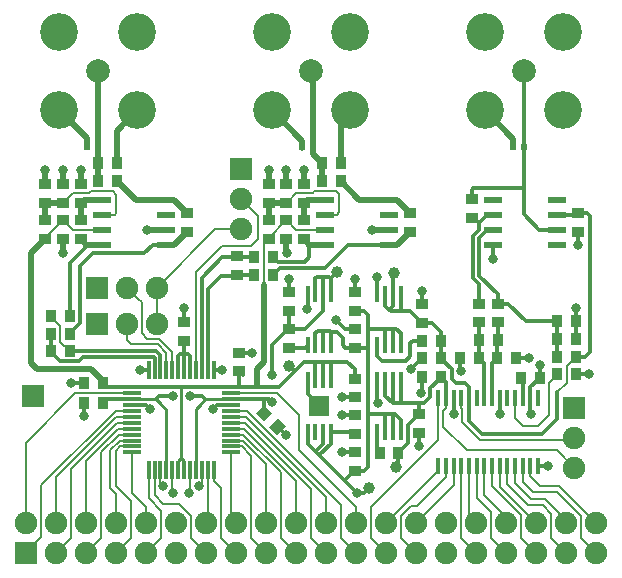
<source format=gtl>
%TF.GenerationSoftware,KiCad,Pcbnew,no-vcs-found-0b1eb56~60~ubuntu16.04.1*%
%TF.CreationDate,2017-11-02T03:22:39+00:00*%
%TF.ProjectId,adcdac,6164636461632E6B696361645F706362,rev?*%
%TF.SameCoordinates,Original*%
%TF.FileFunction,Copper,L1,Top,Signal*%
%TF.FilePolarity,Positive*%
%FSLAX46Y46*%
G04 Gerber Fmt 4.6, Leading zero omitted, Abs format (unit mm)*
G04 Created by KiCad (PCBNEW no-vcs-found-0b1eb56~60~ubuntu16.04.1) date Thu Nov  2 03:22:39 2017*
%MOMM*%
%LPD*%
G01*
G04 APERTURE LIST*
%TA.AperFunction,ComponentPad*%
%ADD10R,1.900000X1.900000*%
%TD*%
%TA.AperFunction,BGAPad,CuDef*%
%ADD11C,1.000000*%
%TD*%
%TA.AperFunction,ComponentPad*%
%ADD12C,1.900000*%
%TD*%
%TA.AperFunction,SMDPad,CuDef*%
%ADD13R,0.950000X1.000000*%
%TD*%
%TA.AperFunction,SMDPad,CuDef*%
%ADD14C,0.950000*%
%TD*%
%TA.AperFunction,Conductor*%
%ADD15C,0.100000*%
%TD*%
%TA.AperFunction,SMDPad,CuDef*%
%ADD16R,1.000000X0.950000*%
%TD*%
%TA.AperFunction,SMDPad,CuDef*%
%ADD17R,0.450000X1.450000*%
%TD*%
%TA.AperFunction,ViaPad*%
%ADD18C,0.650000*%
%TD*%
%TA.AperFunction,SMDPad,CuDef*%
%ADD19R,1.660000X1.725000*%
%TD*%
%TA.AperFunction,ComponentPad*%
%ADD20C,3.200000*%
%TD*%
%TA.AperFunction,ComponentPad*%
%ADD21C,2.000000*%
%TD*%
%TA.AperFunction,SMDPad,CuDef*%
%ADD22R,0.620000X0.620000*%
%TD*%
%TA.AperFunction,SMDPad,CuDef*%
%ADD23R,0.300000X1.500000*%
%TD*%
%TA.AperFunction,SMDPad,CuDef*%
%ADD24R,1.500000X0.300000*%
%TD*%
%TA.AperFunction,SMDPad,CuDef*%
%ADD25R,1.550000X0.600000*%
%TD*%
%TA.AperFunction,SMDPad,CuDef*%
%ADD26R,0.450000X1.350000*%
%TD*%
%TA.AperFunction,ViaPad*%
%ADD27C,0.800000*%
%TD*%
%TA.AperFunction,Conductor*%
%ADD28C,0.200000*%
%TD*%
%TA.AperFunction,Conductor*%
%ADD29C,0.300000*%
%TD*%
%TA.AperFunction,Conductor*%
%ADD30C,0.500000*%
%TD*%
%TA.AperFunction,Conductor*%
%ADD31C,0.250000*%
%TD*%
G04 APERTURE END LIST*
D10*
%TO.P,J6,1*%
%TO.N,GND*%
X76500000Y-138000000D03*
%TD*%
D11*
%TO.P,TP4,1*%
%TO.N,/ADC_VDD*%
X102200000Y-127500000D03*
%TD*%
%TO.P,TP3,1*%
%TO.N,/DAC_DVDD*%
X107200000Y-144000000D03*
%TD*%
%TO.P,TP2,1*%
%TO.N,5v*%
X104900000Y-145800000D03*
%TD*%
%TO.P,TP1,1*%
%TO.N,/DAC_AVDD*%
X107000000Y-127600000D03*
%TD*%
%TO.P,TP5,1*%
%TO.N,/ADC_VD*%
X98100000Y-135400000D03*
%TD*%
D12*
%TO.P,J4,3*%
%TO.N,/ADC_VDD*%
X86940000Y-128800000D03*
%TO.P,J4,2*%
%TO.N,Net-(IC9-Pad8)*%
X84400000Y-128800000D03*
D10*
%TO.P,J4,1*%
%TO.N,GND*%
X81860000Y-128800000D03*
%TD*%
%TO.P,J3,1*%
%TO.N,GND*%
X81860000Y-131900000D03*
D12*
%TO.P,J3,2*%
%TO.N,Net-(IC9-Pad9)*%
X84400000Y-131900000D03*
%TO.P,J3,3*%
%TO.N,/ADC_VDD*%
X86940000Y-131900000D03*
%TD*%
D13*
%TO.P,C28,1*%
%TO.N,Net-(C28-Pad1)*%
X120850000Y-131650000D03*
%TO.P,C28,2*%
%TO.N,GND*%
X122450000Y-131650000D03*
%TD*%
%TO.P,C8,1*%
%TO.N,Net-(C8-Pad1)*%
X105800000Y-142800000D03*
%TO.P,C8,2*%
%TO.N,/DAC_DVDD*%
X107400000Y-142800000D03*
%TD*%
D14*
%TO.P,C27,1*%
%TO.N,/ADC_VDD*%
X96034315Y-139434315D03*
D15*
%TD*%
%TO.N,/ADC_VDD*%
%TO.C,C27*%
G36*
X95344886Y-139451993D02*
X96051993Y-138744886D01*
X96723744Y-139416637D01*
X96016637Y-140123744D01*
X95344886Y-139451993D01*
X95344886Y-139451993D01*
G37*
D14*
%TO.P,C27,2*%
%TO.N,GND*%
X97165685Y-140565685D03*
D15*
%TD*%
%TO.N,GND*%
%TO.C,C27*%
G36*
X96476256Y-140583363D02*
X97183363Y-139876256D01*
X97855114Y-140548007D01*
X97148007Y-141255114D01*
X96476256Y-140583363D01*
X96476256Y-140583363D01*
G37*
D13*
%TO.P,C26,1*%
%TO.N,/ADC_VD*%
X82400000Y-136900000D03*
%TO.P,C26,2*%
%TO.N,GND*%
X80800000Y-136900000D03*
%TD*%
D16*
%TO.P,C25,2*%
%TO.N,GND*%
X93900000Y-134300000D03*
%TO.P,C25,1*%
%TO.N,/ADC_VD*%
X93900000Y-135900000D03*
%TD*%
D13*
%TO.P,C24,1*%
%TO.N,/ADC_VDD*%
X82400000Y-138600000D03*
%TO.P,C24,2*%
%TO.N,GND*%
X80800000Y-138600000D03*
%TD*%
D16*
%TO.P,C23,2*%
%TO.N,GND*%
X79000000Y-124700000D03*
%TO.P,C23,1*%
%TO.N,/ADC_VD*%
X79000000Y-123100000D03*
%TD*%
%TO.P,C18,1*%
%TO.N,/ADC_VD*%
X97900000Y-123100000D03*
%TO.P,C18,2*%
%TO.N,GND*%
X97900000Y-124700000D03*
%TD*%
D17*
%TO.P,IC7,1*%
%TO.N,/ADC_VD*%
X101675000Y-136600000D03*
%TO.P,IC7,2*%
X101025000Y-136600000D03*
%TO.P,IC7,3*%
X100375000Y-136600000D03*
%TO.P,IC7,4*%
%TO.N,GND*%
X99725000Y-136600000D03*
%TO.P,IC7,5*%
%TO.N,5v*%
X99725000Y-141000000D03*
%TO.P,IC7,6*%
%TO.N,Net-(IC7-Pad6)*%
X100375000Y-141000000D03*
%TO.P,IC7,7*%
%TO.N,5v*%
X101025000Y-141000000D03*
%TO.P,IC7,8*%
X101675000Y-141000000D03*
D18*
%TD*%
%TO.N,GND*%
%TO.C,IC7*%
X101175000Y-138325000D03*
%TO.N,GND*%
%TO.C,IC7*%
X100225000Y-138325000D03*
X101175000Y-139275000D03*
X100225000Y-139275000D03*
D19*
%TD*%
%TO.P,IC7,EP*%
%TO.N,GND*%
X100700000Y-138800000D03*
D20*
%TO.P,P2,2*%
%TO.N,GND*%
X78700000Y-107200000D03*
D21*
%TO.P,P2,1*%
%TO.N,Net-(D2-Pad1)*%
X82000000Y-110500000D03*
D20*
%TO.P,P2,2*%
%TO.N,GND*%
X85300000Y-107200000D03*
X78700000Y-113800000D03*
X85300000Y-113800000D03*
%TD*%
%TO.P,P3,2*%
%TO.N,GND*%
X121300000Y-113800000D03*
X114700000Y-113800000D03*
X121300000Y-107200000D03*
D21*
%TO.P,P3,1*%
%TO.N,Net-(D3-Pad1)*%
X118000000Y-110500000D03*
D20*
%TO.P,P3,2*%
%TO.N,GND*%
X114700000Y-107200000D03*
%TD*%
%TO.P,P1,2*%
%TO.N,GND*%
X96700000Y-107200000D03*
D21*
%TO.P,P1,1*%
%TO.N,Net-(D1-Pad1)*%
X100000000Y-110500000D03*
D20*
%TO.P,P1,2*%
%TO.N,GND*%
X103300000Y-107200000D03*
X96700000Y-113800000D03*
X103300000Y-113800000D03*
%TD*%
D22*
%TO.P,D3,1*%
%TO.N,Net-(D3-Pad1)*%
X118000000Y-116900000D03*
%TO.P,D3,2*%
%TO.N,GND*%
X117100000Y-116900000D03*
%TD*%
%TO.P,D2,2*%
%TO.N,GND*%
X81050000Y-116900000D03*
%TO.P,D2,1*%
%TO.N,Net-(D2-Pad1)*%
X81950000Y-116900000D03*
%TD*%
%TO.P,D1,1*%
%TO.N,Net-(D1-Pad1)*%
X100150000Y-116900000D03*
%TO.P,D1,2*%
%TO.N,GND*%
X99250000Y-116900000D03*
%TD*%
D13*
%TO.P,R23,2*%
%TO.N,/DAC_AVDD*%
X122450000Y-134650000D03*
%TO.P,R23,1*%
%TO.N,Net-(C28-Pad1)*%
X120850000Y-134650000D03*
%TD*%
%TO.P,R21,1*%
%TO.N,Net-(IC5-Pad18)*%
X120850000Y-136150000D03*
%TO.P,R21,2*%
%TO.N,GND*%
X122450000Y-136150000D03*
%TD*%
%TO.P,R20,2*%
%TO.N,GND*%
X112650000Y-134750000D03*
%TO.P,R20,1*%
%TO.N,Net-(C15-Pad2)*%
X114250000Y-134750000D03*
%TD*%
%TO.P,R19,1*%
%TO.N,Net-(C15-Pad1)*%
X115750000Y-134750000D03*
%TO.P,R19,2*%
%TO.N,GND*%
X117350000Y-134750000D03*
%TD*%
%TO.P,R18,2*%
%TO.N,Net-(IC3-Pad4)*%
X79550000Y-131200000D03*
%TO.P,R18,1*%
%TO.N,Net-(C12-Pad2)*%
X77950000Y-131200000D03*
%TD*%
D16*
%TO.P,R26,1*%
%TO.N,Net-(D3-Pad1)*%
X113600000Y-121300000D03*
%TO.P,R26,2*%
%TO.N,Net-(IC8-Pad2)*%
X113600000Y-122900000D03*
%TD*%
D13*
%TO.P,R16,2*%
%TO.N,Net-(IC2-Pad4)*%
X96800000Y-126200000D03*
%TO.P,R16,1*%
%TO.N,Net-(C10-Pad2)*%
X95200000Y-126200000D03*
%TD*%
%TO.P,R15,1*%
%TO.N,Net-(C10-Pad1)*%
X95200000Y-127700000D03*
%TO.P,R15,2*%
%TO.N,Net-(IC2-Pad5)*%
X96800000Y-127700000D03*
%TD*%
D16*
%TO.P,R13,2*%
%TO.N,Net-(IC3-Pad5)*%
X89500000Y-124050000D03*
%TO.P,R13,1*%
%TO.N,Net-(IC3-Pad8)*%
X89500000Y-122450000D03*
%TD*%
%TO.P,R12,1*%
%TO.N,Net-(IC2-Pad1)*%
X99400000Y-123100000D03*
%TO.P,R12,2*%
%TO.N,Net-(IC2-Pad4)*%
X99400000Y-124700000D03*
%TD*%
%TO.P,R10,2*%
%TO.N,Net-(IC3-Pad1)*%
X80500000Y-121600000D03*
%TO.P,R10,1*%
%TO.N,GND*%
X80500000Y-120000000D03*
%TD*%
%TO.P,R22,1*%
%TO.N,Net-(IC8-Pad2)*%
X114200000Y-130150000D03*
%TO.P,R22,2*%
%TO.N,Net-(C15-Pad2)*%
X114200000Y-131750000D03*
%TD*%
D13*
%TO.P,R24,2*%
%TO.N,Net-(C28-Pad1)*%
X120850000Y-133150000D03*
%TO.P,R24,1*%
%TO.N,GND*%
X122450000Y-133150000D03*
%TD*%
D16*
%TO.P,R25,1*%
%TO.N,Net-(C28-Pad1)*%
X115800000Y-130150000D03*
%TO.P,R25,2*%
%TO.N,Net-(C15-Pad1)*%
X115800000Y-131750000D03*
%TD*%
%TO.P,C1,2*%
%TO.N,GND*%
X103700000Y-129200000D03*
%TO.P,C1,1*%
%TO.N,5v*%
X103700000Y-130800000D03*
%TD*%
D13*
%TO.P,R17,1*%
%TO.N,Net-(C12-Pad1)*%
X77950000Y-132700000D03*
%TO.P,R17,2*%
%TO.N,Net-(IC3-Pad5)*%
X79550000Y-132700000D03*
%TD*%
%TO.P,R1,2*%
%TO.N,GND*%
X102500000Y-118250000D03*
%TO.P,R1,1*%
%TO.N,Net-(D1-Pad1)*%
X100900000Y-118250000D03*
%TD*%
D16*
%TO.P,R2,1*%
%TO.N,Net-(C2-Pad1)*%
X96400000Y-123100000D03*
%TO.P,R2,2*%
%TO.N,/ADC_VD*%
X96400000Y-124700000D03*
%TD*%
%TO.P,R3,2*%
%TO.N,Net-(C2-Pad1)*%
X96400000Y-121600000D03*
%TO.P,R3,1*%
%TO.N,GND*%
X96400000Y-120000000D03*
%TD*%
%TO.P,R7,1*%
%TO.N,GND*%
X77500000Y-120000000D03*
%TO.P,R7,2*%
%TO.N,Net-(C4-Pad1)*%
X77500000Y-121600000D03*
%TD*%
D13*
%TO.P,R5,1*%
%TO.N,Net-(D2-Pad1)*%
X82000000Y-118250000D03*
%TO.P,R5,2*%
%TO.N,GND*%
X83600000Y-118250000D03*
%TD*%
D16*
%TO.P,R6,1*%
%TO.N,Net-(C4-Pad1)*%
X77500000Y-123100000D03*
%TO.P,R6,2*%
%TO.N,/ADC_VD*%
X77500000Y-124700000D03*
%TD*%
D13*
%TO.P,R4,2*%
%TO.N,Net-(D1-Pad1)*%
X100900000Y-119750000D03*
%TO.P,R4,1*%
%TO.N,Net-(IC2-Pad8)*%
X102500000Y-119750000D03*
%TD*%
D16*
%TO.P,R11,1*%
%TO.N,Net-(IC2-Pad8)*%
X108400000Y-122450000D03*
%TO.P,R11,2*%
%TO.N,Net-(IC2-Pad5)*%
X108400000Y-124050000D03*
%TD*%
%TO.P,C22,2*%
%TO.N,GND*%
X122600000Y-124050000D03*
%TO.P,C22,1*%
%TO.N,/DAC_AVDD*%
X122600000Y-122450000D03*
%TD*%
%TO.P,C21,1*%
%TO.N,Net-(C21-Pad1)*%
X89250000Y-133350000D03*
%TO.P,C21,2*%
%TO.N,GND*%
X89250000Y-131750000D03*
%TD*%
%TO.P,C20,2*%
%TO.N,GND*%
X103700000Y-138100000D03*
%TO.P,C20,1*%
%TO.N,/ADC_VD*%
X103700000Y-136500000D03*
%TD*%
%TO.P,C19,2*%
%TO.N,GND*%
X98100000Y-129200000D03*
%TO.P,C19,1*%
%TO.N,/ADC_VDD*%
X98100000Y-130800000D03*
%TD*%
%TO.P,C17,2*%
%TO.N,/ADC_VDD*%
X98100000Y-132300000D03*
%TO.P,C17,1*%
%TO.N,Net-(C17-Pad1)*%
X98100000Y-133900000D03*
%TD*%
D13*
%TO.P,C16,2*%
%TO.N,GND*%
X119350000Y-136450000D03*
%TO.P,C16,1*%
%TO.N,Net-(C16-Pad1)*%
X117750000Y-136450000D03*
%TD*%
D16*
%TO.P,C14,1*%
%TO.N,5v*%
X103700000Y-141200000D03*
%TO.P,C14,2*%
%TO.N,GND*%
X103700000Y-139600000D03*
%TD*%
%TO.P,C13,1*%
%TO.N,5v*%
X103700000Y-133900000D03*
%TO.P,C13,2*%
%TO.N,GND*%
X103700000Y-132300000D03*
%TD*%
D13*
%TO.P,C12,1*%
%TO.N,Net-(C12-Pad1)*%
X77950000Y-134200000D03*
%TO.P,C12,2*%
%TO.N,Net-(C12-Pad2)*%
X79550000Y-134200000D03*
%TD*%
%TO.P,C11,2*%
%TO.N,GND*%
X109400000Y-136400000D03*
%TO.P,C11,1*%
%TO.N,/DAC_DVDD*%
X111000000Y-136400000D03*
%TD*%
D16*
%TO.P,C10,1*%
%TO.N,Net-(C10-Pad1)*%
X93700000Y-127750000D03*
%TO.P,C10,2*%
%TO.N,Net-(C10-Pad2)*%
X93700000Y-126150000D03*
%TD*%
%TO.P,C9,2*%
%TO.N,GND*%
X109150000Y-141100000D03*
%TO.P,C9,1*%
%TO.N,/DAC_DVDD*%
X109150000Y-139500000D03*
%TD*%
%TO.P,C7,2*%
%TO.N,GND*%
X103700000Y-142700000D03*
%TO.P,C7,1*%
%TO.N,5v*%
X103700000Y-144300000D03*
%TD*%
D13*
%TO.P,C6,1*%
%TO.N,/DAC_AVDD*%
X111000000Y-134800000D03*
%TO.P,C6,2*%
%TO.N,GND*%
X109400000Y-134800000D03*
%TD*%
D16*
%TO.P,C5,2*%
%TO.N,GND*%
X109400000Y-130200000D03*
%TO.P,C5,1*%
%TO.N,/DAC_AVDD*%
X109400000Y-131800000D03*
%TD*%
%TO.P,C4,1*%
%TO.N,Net-(C4-Pad1)*%
X79000000Y-121600000D03*
%TO.P,C4,2*%
%TO.N,GND*%
X79000000Y-120000000D03*
%TD*%
D13*
%TO.P,C3,2*%
%TO.N,/DAC_AVDD*%
X111000000Y-133300000D03*
%TO.P,C3,1*%
%TO.N,Net-(C3-Pad1)*%
X109400000Y-133300000D03*
%TD*%
D16*
%TO.P,C2,1*%
%TO.N,Net-(C2-Pad1)*%
X97900000Y-121600000D03*
%TO.P,C2,2*%
%TO.N,GND*%
X97900000Y-120000000D03*
%TD*%
D13*
%TO.P,R9,2*%
%TO.N,Net-(D2-Pad1)*%
X82000000Y-119750000D03*
%TO.P,R9,1*%
%TO.N,Net-(IC3-Pad8)*%
X83600000Y-119750000D03*
%TD*%
%TO.P,C15,1*%
%TO.N,Net-(C15-Pad1)*%
X115800000Y-133250000D03*
%TO.P,C15,2*%
%TO.N,Net-(C15-Pad2)*%
X114200000Y-133250000D03*
%TD*%
D16*
%TO.P,R8,2*%
%TO.N,Net-(IC2-Pad1)*%
X99400000Y-121600000D03*
%TO.P,R8,1*%
%TO.N,GND*%
X99400000Y-120000000D03*
%TD*%
%TO.P,R14,1*%
%TO.N,Net-(IC3-Pad1)*%
X80500000Y-123100000D03*
%TO.P,R14,2*%
%TO.N,Net-(IC3-Pad4)*%
X80500000Y-124700000D03*
%TD*%
D10*
%TO.P,J1,1*%
%TO.N,/GPIO0_IN0*%
X75870000Y-151270000D03*
D12*
%TO.P,J1,2*%
%TO.N,/GPIO0_00*%
X75870000Y-148730000D03*
%TO.P,J1,3*%
%TO.N,/GPIO0_IN1*%
X78410000Y-151270000D03*
%TO.P,J1,4*%
%TO.N,/GPIO0_01*%
X78410000Y-148730000D03*
%TO.P,J1,5*%
%TO.N,/GPIO0_02*%
X80950000Y-151270000D03*
%TO.P,J1,6*%
%TO.N,/GPIO0_03*%
X80950000Y-148730000D03*
%TO.P,J1,7*%
%TO.N,/GPIO0_04*%
X83490000Y-151270000D03*
%TO.P,J1,8*%
%TO.N,/GPIO0_05*%
X83490000Y-148730000D03*
%TO.P,J1,9*%
%TO.N,/GPIO0_06*%
X86030000Y-151270000D03*
%TO.P,J1,10*%
%TO.N,/GPIO0_07*%
X86030000Y-148730000D03*
%TO.P,J1,11*%
%TO.N,5v*%
X88570000Y-151270000D03*
%TO.P,J1,12*%
%TO.N,GND*%
X88570000Y-148730000D03*
%TO.P,J1,13*%
%TO.N,/GPIO0_08*%
X91110000Y-151270000D03*
%TO.P,J1,14*%
%TO.N,/GPIO0_09*%
X91110000Y-148730000D03*
%TO.P,J1,15*%
%TO.N,/GPIO0_10*%
X93650000Y-151270000D03*
%TO.P,J1,16*%
%TO.N,/GPIO0_11*%
X93650000Y-148730000D03*
%TO.P,J1,17*%
%TO.N,/GPIO0_12*%
X96190000Y-151270000D03*
%TO.P,J1,18*%
%TO.N,/GPIO0_13*%
X96190000Y-148730000D03*
%TO.P,J1,19*%
%TO.N,/GPIO0_14*%
X98730000Y-151270000D03*
%TO.P,J1,20*%
%TO.N,/GPIO0_15*%
X98730000Y-148730000D03*
%TO.P,J1,21*%
%TO.N,/GPIO0_16*%
X101270000Y-151270000D03*
%TO.P,J1,22*%
%TO.N,/GPIO0_17*%
X101270000Y-148730000D03*
%TO.P,J1,23*%
%TO.N,/GPIO0_18*%
X103810000Y-151270000D03*
%TO.P,J1,24*%
%TO.N,/GPIO0_19*%
X103810000Y-148730000D03*
%TO.P,J1,25*%
%TO.N,/GPIO0_20*%
X106350000Y-151270000D03*
%TO.P,J1,26*%
%TO.N,/GPIO0_21*%
X106350000Y-148730000D03*
%TO.P,J1,27*%
%TO.N,/GPIO0_22*%
X108890000Y-151270000D03*
%TO.P,J1,28*%
%TO.N,/GPIO0_23*%
X108890000Y-148730000D03*
%TO.P,J1,29*%
%TO.N,Net-(J1-Pad29)*%
X111430000Y-151270000D03*
%TO.P,J1,30*%
%TO.N,GND*%
X111430000Y-148730000D03*
%TO.P,J1,31*%
%TO.N,/GPIO0_24*%
X113970000Y-151270000D03*
%TO.P,J1,32*%
%TO.N,/GPIO0_25*%
X113970000Y-148730000D03*
%TO.P,J1,33*%
%TO.N,/GPIO0_26*%
X116510000Y-151270000D03*
%TO.P,J1,34*%
%TO.N,/GPIO0_27*%
X116510000Y-148730000D03*
%TO.P,J1,35*%
%TO.N,/GPIO0_28*%
X119050000Y-151270000D03*
%TO.P,J1,36*%
%TO.N,/GPIO0_29*%
X119050000Y-148730000D03*
%TO.P,J1,37*%
%TO.N,/GPIO0_30*%
X121590000Y-151270000D03*
%TO.P,J1,38*%
%TO.N,/GPIO0_31*%
X121590000Y-148730000D03*
%TO.P,J1,39*%
%TO.N,/GPIO0_32*%
X124130000Y-151270000D03*
%TO.P,J1,40*%
%TO.N,/GPIO0_33*%
X124130000Y-148730000D03*
%TD*%
D23*
%TO.P,IC9,1*%
%TO.N,GND*%
X91750000Y-135800000D03*
%TO.P,IC9,2*%
%TO.N,Net-(C10-Pad1)*%
X91250000Y-135800000D03*
%TO.P,IC9,3*%
%TO.N,Net-(C10-Pad2)*%
X90750000Y-135800000D03*
%TO.P,IC9,4*%
%TO.N,Net-(IC9-Pad4)*%
X90250000Y-135800000D03*
%TO.P,IC9,5*%
%TO.N,Net-(C21-Pad1)*%
X89750000Y-135800000D03*
%TO.P,IC9,6*%
X89250000Y-135800000D03*
%TO.P,IC9,7*%
X88750000Y-135800000D03*
%TO.P,IC9,8*%
%TO.N,Net-(IC9-Pad8)*%
X88250000Y-135800000D03*
%TO.P,IC9,9*%
%TO.N,Net-(IC9-Pad9)*%
X87750000Y-135800000D03*
%TO.P,IC9,10*%
%TO.N,Net-(C12-Pad2)*%
X87250000Y-135800000D03*
%TO.P,IC9,11*%
%TO.N,Net-(C12-Pad1)*%
X86750000Y-135800000D03*
%TO.P,IC9,12*%
%TO.N,GND*%
X86250000Y-135800000D03*
D24*
%TO.P,IC9,13*%
%TO.N,/ADC_VD*%
X84800000Y-137250000D03*
%TO.P,IC9,14*%
%TO.N,/GPIO0_00*%
X84800000Y-137750000D03*
%TO.P,IC9,15*%
%TO.N,/ADC_VDD*%
X84800000Y-138250000D03*
%TO.P,IC9,16*%
%TO.N,GND*%
X84800000Y-138750000D03*
%TO.P,IC9,17*%
%TO.N,/GPIO0_IN0*%
X84800000Y-139250000D03*
%TO.P,IC9,18*%
%TO.N,/GPIO0_01*%
X84800000Y-139750000D03*
%TO.P,IC9,19*%
%TO.N,/GPIO0_IN1*%
X84800000Y-140250000D03*
%TO.P,IC9,20*%
%TO.N,/GPIO0_03*%
X84800000Y-140750000D03*
%TO.P,IC9,21*%
%TO.N,/GPIO0_02*%
X84800000Y-141250000D03*
%TO.P,IC9,22*%
%TO.N,/GPIO0_05*%
X84800000Y-141750000D03*
%TO.P,IC9,23*%
%TO.N,/GPIO0_04*%
X84800000Y-142250000D03*
%TO.P,IC9,24*%
%TO.N,/GPIO0_07*%
X84800000Y-142750000D03*
D23*
%TO.P,IC9,25*%
%TO.N,/GPIO0_06*%
X86250000Y-144200000D03*
%TO.P,IC9,26*%
%TO.N,/GPIO0_08*%
X86750000Y-144200000D03*
%TO.P,IC9,27*%
%TO.N,GND*%
X87250000Y-144200000D03*
%TO.P,IC9,28*%
%TO.N,/ADC_VDD*%
X87750000Y-144200000D03*
%TO.P,IC9,29*%
%TO.N,GND*%
X88250000Y-144200000D03*
%TO.P,IC9,30*%
%TO.N,/ADC_VD*%
X88750000Y-144200000D03*
%TO.P,IC9,31*%
X89250000Y-144200000D03*
%TO.P,IC9,32*%
%TO.N,GND*%
X89750000Y-144200000D03*
%TO.P,IC9,33*%
%TO.N,/ADC_VDD*%
X90250000Y-144200000D03*
%TO.P,IC9,34*%
%TO.N,GND*%
X90750000Y-144200000D03*
%TO.P,IC9,35*%
%TO.N,/GPIO0_09*%
X91250000Y-144200000D03*
%TO.P,IC9,36*%
%TO.N,/GPIO0_10*%
X91750000Y-144200000D03*
D24*
%TO.P,IC9,37*%
%TO.N,/GPIO0_11*%
X93200000Y-142750000D03*
%TO.P,IC9,38*%
%TO.N,/GPIO0_12*%
X93200000Y-142250000D03*
%TO.P,IC9,39*%
%TO.N,/GPIO0_13*%
X93200000Y-141750000D03*
%TO.P,IC9,40*%
%TO.N,/GPIO0_14*%
X93200000Y-141250000D03*
%TO.P,IC9,41*%
%TO.N,/GPIO0_15*%
X93200000Y-140750000D03*
%TO.P,IC9,42*%
%TO.N,/GPIO0_16*%
X93200000Y-140250000D03*
%TO.P,IC9,43*%
%TO.N,/GPIO0_17*%
X93200000Y-139750000D03*
%TO.P,IC9,44*%
%TO.N,/GPIO0_18*%
X93200000Y-139250000D03*
%TO.P,IC9,45*%
%TO.N,GND*%
X93200000Y-138750000D03*
%TO.P,IC9,46*%
%TO.N,/ADC_VDD*%
X93200000Y-138250000D03*
%TO.P,IC9,47*%
%TO.N,/GPIO0_19*%
X93200000Y-137750000D03*
%TO.P,IC9,48*%
%TO.N,/ADC_VD*%
X93200000Y-137250000D03*
%TD*%
D17*
%TO.P,IC4,8*%
%TO.N,5v*%
X107575000Y-141000000D03*
%TO.P,IC4,7*%
X106925000Y-141000000D03*
%TO.P,IC4,6*%
X106275000Y-141000000D03*
%TO.P,IC4,5*%
%TO.N,Net-(C8-Pad1)*%
X105625000Y-141000000D03*
%TO.P,IC4,4*%
%TO.N,GND*%
X105625000Y-136600000D03*
%TO.P,IC4,3*%
%TO.N,/DAC_DVDD*%
X106275000Y-136600000D03*
%TO.P,IC4,2*%
X106925000Y-136600000D03*
%TO.P,IC4,1*%
X107575000Y-136600000D03*
%TD*%
%TO.P,IC6,8*%
%TO.N,5v*%
X101675000Y-133700000D03*
%TO.P,IC6,7*%
X101025000Y-133700000D03*
%TO.P,IC6,6*%
X100375000Y-133700000D03*
%TO.P,IC6,5*%
%TO.N,Net-(C17-Pad1)*%
X99725000Y-133700000D03*
%TO.P,IC6,4*%
%TO.N,GND*%
X99725000Y-129300000D03*
%TO.P,IC6,3*%
%TO.N,/ADC_VDD*%
X100375000Y-129300000D03*
%TO.P,IC6,2*%
X101025000Y-129300000D03*
%TO.P,IC6,1*%
X101675000Y-129300000D03*
%TD*%
%TO.P,IC1,1*%
%TO.N,/DAC_AVDD*%
X107575000Y-129300000D03*
%TO.P,IC1,2*%
X106925000Y-129300000D03*
%TO.P,IC1,3*%
X106275000Y-129300000D03*
%TO.P,IC1,4*%
%TO.N,GND*%
X105625000Y-129300000D03*
%TO.P,IC1,5*%
%TO.N,Net-(C3-Pad1)*%
X105625000Y-133700000D03*
%TO.P,IC1,6*%
%TO.N,5v*%
X106275000Y-133700000D03*
%TO.P,IC1,7*%
X106925000Y-133700000D03*
%TO.P,IC1,8*%
X107575000Y-133700000D03*
%TD*%
D12*
%TO.P,J2,3*%
%TO.N,/DAC_DVDD*%
X122300000Y-144040000D03*
%TO.P,J2,2*%
%TO.N,Net-(IC5-Pad25)*%
X122300000Y-141500000D03*
D10*
%TO.P,J2,1*%
%TO.N,GND*%
X122300000Y-138960000D03*
%TD*%
%TO.P,J5,1*%
%TO.N,GND*%
X94100000Y-118760000D03*
D12*
%TO.P,J5,2*%
%TO.N,Net-(IC9-Pad4)*%
X94100000Y-121300000D03*
%TO.P,J5,3*%
%TO.N,/ADC_VDD*%
X94100000Y-123840000D03*
%TD*%
D25*
%TO.P,IC2,1*%
%TO.N,Net-(IC2-Pad1)*%
X101200000Y-121345000D03*
%TO.P,IC2,2*%
%TO.N,Net-(C2-Pad1)*%
X101200000Y-122615000D03*
%TO.P,IC2,3*%
%TO.N,/ADC_VD*%
X101200000Y-123885000D03*
%TO.P,IC2,4*%
%TO.N,Net-(IC2-Pad4)*%
X101200000Y-125155000D03*
%TO.P,IC2,5*%
%TO.N,Net-(IC2-Pad5)*%
X106600000Y-125155000D03*
%TO.P,IC2,6*%
%TO.N,GND*%
X106600000Y-123885000D03*
%TO.P,IC2,7*%
%TO.N,Net-(IC2-Pad7)*%
X106600000Y-122615000D03*
%TO.P,IC2,8*%
%TO.N,Net-(IC2-Pad8)*%
X106600000Y-121345000D03*
%TD*%
%TO.P,IC3,8*%
%TO.N,Net-(IC3-Pad8)*%
X87700000Y-121345000D03*
%TO.P,IC3,7*%
%TO.N,Net-(IC3-Pad7)*%
X87700000Y-122615000D03*
%TO.P,IC3,6*%
%TO.N,GND*%
X87700000Y-123885000D03*
%TO.P,IC3,5*%
%TO.N,Net-(IC3-Pad5)*%
X87700000Y-125155000D03*
%TO.P,IC3,4*%
%TO.N,Net-(IC3-Pad4)*%
X82300000Y-125155000D03*
%TO.P,IC3,3*%
%TO.N,/ADC_VD*%
X82300000Y-123885000D03*
%TO.P,IC3,2*%
%TO.N,Net-(C4-Pad1)*%
X82300000Y-122615000D03*
%TO.P,IC3,1*%
%TO.N,Net-(IC3-Pad1)*%
X82300000Y-121345000D03*
%TD*%
%TO.P,IC8,1*%
%TO.N,Net-(IC8-Pad1)*%
X115400000Y-121345000D03*
%TO.P,IC8,2*%
%TO.N,Net-(IC8-Pad2)*%
X115400000Y-122615000D03*
%TO.P,IC8,3*%
%TO.N,Net-(C28-Pad1)*%
X115400000Y-123885000D03*
%TO.P,IC8,4*%
%TO.N,GND*%
X115400000Y-125155000D03*
%TO.P,IC8,5*%
%TO.N,Net-(IC8-Pad5)*%
X120800000Y-125155000D03*
%TO.P,IC8,6*%
%TO.N,Net-(D3-Pad1)*%
X120800000Y-123885000D03*
%TO.P,IC8,7*%
%TO.N,/DAC_AVDD*%
X120800000Y-122615000D03*
%TO.P,IC8,8*%
%TO.N,Net-(IC8-Pad8)*%
X120800000Y-121345000D03*
%TD*%
D26*
%TO.P,IC5,1*%
%TO.N,/GPIO0_21*%
X110775000Y-143875000D03*
%TO.P,IC5,2*%
%TO.N,/GPIO0_22*%
X111425000Y-143875000D03*
%TO.P,IC5,3*%
%TO.N,/GPIO0_23*%
X112075000Y-143875000D03*
%TO.P,IC5,4*%
%TO.N,/GPIO0_24*%
X112725000Y-143875000D03*
%TO.P,IC5,5*%
%TO.N,/GPIO0_25*%
X113375000Y-143875000D03*
%TO.P,IC5,6*%
%TO.N,/GPIO0_26*%
X114025000Y-143875000D03*
%TO.P,IC5,7*%
%TO.N,/GPIO0_27*%
X114675000Y-143875000D03*
%TO.P,IC5,8*%
%TO.N,/GPIO0_28*%
X115325000Y-143875000D03*
%TO.P,IC5,9*%
%TO.N,/GPIO0_29*%
X115975000Y-143875000D03*
%TO.P,IC5,10*%
%TO.N,/GPIO0_30*%
X116625000Y-143875000D03*
%TO.P,IC5,11*%
%TO.N,/GPIO0_31*%
X117275000Y-143875000D03*
%TO.P,IC5,12*%
%TO.N,/GPIO0_32*%
X117925000Y-143875000D03*
%TO.P,IC5,13*%
%TO.N,/GPIO0_33*%
X118575000Y-143875000D03*
%TO.P,IC5,14*%
%TO.N,GND*%
X119225000Y-143875000D03*
%TO.P,IC5,15*%
%TO.N,Net-(IC5-Pad15)*%
X119225000Y-138125000D03*
%TO.P,IC5,16*%
%TO.N,GND*%
X118575000Y-138125000D03*
%TO.P,IC5,17*%
%TO.N,Net-(C16-Pad1)*%
X117925000Y-138125000D03*
%TO.P,IC5,18*%
%TO.N,Net-(IC5-Pad18)*%
X117275000Y-138125000D03*
%TO.P,IC5,19*%
%TO.N,Net-(IC5-Pad19)*%
X116625000Y-138125000D03*
%TO.P,IC5,20*%
%TO.N,GND*%
X115975000Y-138125000D03*
%TO.P,IC5,21*%
%TO.N,Net-(C15-Pad1)*%
X115325000Y-138125000D03*
%TO.P,IC5,22*%
%TO.N,Net-(C15-Pad2)*%
X114675000Y-138125000D03*
%TO.P,IC5,23*%
%TO.N,Net-(IC5-Pad23)*%
X114025000Y-138125000D03*
%TO.P,IC5,24*%
%TO.N,/DAC_AVDD*%
X113375000Y-138125000D03*
%TO.P,IC5,25*%
%TO.N,Net-(IC5-Pad25)*%
X112725000Y-138125000D03*
%TO.P,IC5,26*%
%TO.N,GND*%
X112075000Y-138125000D03*
%TO.P,IC5,27*%
%TO.N,/DAC_DVDD*%
X111425000Y-138125000D03*
%TO.P,IC5,28*%
%TO.N,/GPIO0_20*%
X110775000Y-138125000D03*
%TD*%
D27*
%TO.N,GND*%
X109400000Y-129100000D03*
X109150000Y-142200000D03*
X115400000Y-126350000D03*
X122450000Y-130500000D03*
X122600000Y-125150000D03*
X118450000Y-134750000D03*
X118450000Y-134750000D03*
X112700000Y-135900000D03*
X119350000Y-135350000D03*
X123500000Y-136150000D03*
X103700000Y-128100000D03*
X105600000Y-127900000D03*
X102100000Y-131500000D03*
X79700000Y-136900000D03*
X89250000Y-130550000D03*
X86150000Y-123900000D03*
X80500000Y-118850000D03*
X79000000Y-118850000D03*
X77500000Y-118850000D03*
X79000000Y-125850000D03*
X97950000Y-125850000D03*
X105200000Y-123900000D03*
X99400000Y-118850000D03*
X97900000Y-118850000D03*
X96400000Y-118850000D03*
X108500000Y-135700000D03*
X105700000Y-138600000D03*
X102600000Y-142700000D03*
X102600000Y-139600000D03*
X109300000Y-137700000D03*
X102600000Y-138100000D03*
X95000000Y-134300000D03*
X97900000Y-141300000D03*
X80800000Y-139700000D03*
X90500000Y-145600000D03*
X89700000Y-146200000D03*
X88300000Y-146200000D03*
X87500000Y-145600000D03*
X98100000Y-128100000D03*
X99700000Y-130600000D03*
X85500000Y-135800000D03*
X92500000Y-135800000D03*
X91700000Y-139100000D03*
X86400000Y-139100000D03*
X112100000Y-139500000D03*
X116000000Y-139500000D03*
X118600000Y-139500000D03*
X120100000Y-143900000D03*
%TO.N,/ADC_VDD*%
X88300001Y-138000000D03*
X89750001Y-138000000D03*
X96700000Y-136200000D03*
X96700000Y-138500000D03*
%TO.N,5v*%
X103900000Y-146200000D03*
%TD*%
D28*
%TO.N,/GPIO0_32*%
X118800000Y-146100000D02*
X117925000Y-145225000D01*
X117925000Y-145225000D02*
X117925000Y-143875000D01*
X120810002Y-146100000D02*
X118800000Y-146100000D01*
X124130000Y-151270000D02*
X122840001Y-149980001D01*
X122840001Y-149980001D02*
X122840001Y-148129999D01*
X122840001Y-148129999D02*
X120810002Y-146100000D01*
%TO.N,/GPIO0_31*%
X117275000Y-143875000D02*
X117275000Y-145375000D01*
X117275000Y-145375000D02*
X118600000Y-146700000D01*
X118600000Y-146700000D02*
X119800000Y-146700000D01*
X119800000Y-146700000D02*
X121590000Y-148490000D01*
X121590000Y-148490000D02*
X121590000Y-148730000D01*
%TO.N,/GPIO0_30*%
X119600000Y-147200000D02*
X120339999Y-147939999D01*
X120339999Y-147939999D02*
X120339999Y-150019999D01*
X120339999Y-150019999D02*
X120640001Y-150320001D01*
X120640001Y-150320001D02*
X121590000Y-151270000D01*
X118400000Y-147200000D02*
X119600000Y-147200000D01*
X116625000Y-145425000D02*
X118400000Y-147200000D01*
X116625000Y-143875000D02*
X116625000Y-145425000D01*
%TO.N,/GPIO0_29*%
X115975000Y-143875000D02*
X115975000Y-145655000D01*
X115975000Y-145655000D02*
X119050000Y-148730000D01*
D29*
X119050000Y-148450000D02*
X119050000Y-148730000D01*
D28*
%TO.N,/GPIO0_28*%
X117760001Y-148060001D02*
X115325000Y-145625000D01*
X115325000Y-145625000D02*
X115325000Y-143875000D01*
X119050000Y-151270000D02*
X117760001Y-149980001D01*
X117760001Y-149980001D02*
X117760001Y-148060001D01*
%TO.N,/GPIO0_27*%
X114675000Y-143875000D02*
X114675000Y-146375000D01*
X114675000Y-146375000D02*
X116510000Y-148210000D01*
X116510000Y-148210000D02*
X116510000Y-148730000D01*
%TO.N,/GPIO0_26*%
X116510000Y-151270000D02*
X115220001Y-149980001D01*
X114025000Y-146625000D02*
X114025000Y-143875000D01*
X115220001Y-149980001D02*
X115220001Y-147820001D01*
X115220001Y-147820001D02*
X114025000Y-146625000D01*
%TO.N,/GPIO0_25*%
X113375000Y-143875000D02*
X113375000Y-148135000D01*
D29*
X113375000Y-148135000D02*
X113970000Y-148730000D01*
D28*
%TO.N,/GPIO0_24*%
X113970000Y-151270000D02*
X112719999Y-150019999D01*
X112719999Y-150019999D02*
X112719999Y-144755001D01*
X112719999Y-144755001D02*
X112725000Y-144750000D01*
X112725000Y-144750000D02*
X112725000Y-143875000D01*
%TO.N,/GPIO0_23*%
X108890000Y-148730000D02*
X112075000Y-145545000D01*
X112075000Y-145545000D02*
X112075000Y-143875000D01*
%TO.N,/GPIO0_22*%
X108890000Y-151270000D02*
X107639999Y-150019999D01*
X107639999Y-150019999D02*
X107639999Y-148129999D01*
X107639999Y-148129999D02*
X108469998Y-147300000D01*
X111425000Y-144875000D02*
X111425000Y-143875000D01*
X108469998Y-147300000D02*
X109000000Y-147300000D01*
X109000000Y-147300000D02*
X111425000Y-144875000D01*
%TO.N,/GPIO0_21*%
X106350000Y-148730000D02*
X110775000Y-144305000D01*
D29*
X110775000Y-144305000D02*
X110775000Y-143875000D01*
D28*
%TO.N,/GPIO0_20*%
X110775000Y-141725000D02*
X110775000Y-138125000D01*
X105099999Y-150019999D02*
X105099999Y-147400001D01*
X105099999Y-147400001D02*
X110775000Y-141725000D01*
X106350000Y-151270000D02*
X105099999Y-150019999D01*
D29*
%TO.N,GND*%
X109400000Y-130200000D02*
X109400000Y-129100000D01*
X109150000Y-141100000D02*
X109150000Y-142200000D01*
X122450000Y-133150000D02*
X122450000Y-131650000D01*
X115400000Y-125155000D02*
X115400000Y-126350000D01*
X122450000Y-131650000D02*
X122450000Y-130500000D01*
X122600000Y-124050000D02*
X122600000Y-125150000D01*
D30*
X117100000Y-116900000D02*
X117100000Y-116200000D01*
X117100000Y-116200000D02*
X114700000Y-113800000D01*
D29*
X117350000Y-134750000D02*
X118450000Y-134750000D01*
X112650000Y-134750000D02*
X112650000Y-135850000D01*
X112650000Y-135850000D02*
X112700000Y-135900000D01*
X119350000Y-136450000D02*
X119350000Y-135350000D01*
X118575000Y-138125000D02*
X118575000Y-137225000D01*
X118575000Y-137225000D02*
X119350000Y-136450000D01*
X122450000Y-136150000D02*
X123500000Y-136150000D01*
X103700000Y-129200000D02*
X103700000Y-128100000D01*
X105625000Y-129300000D02*
X105625000Y-127925000D01*
X105625000Y-127925000D02*
X105600000Y-127900000D01*
X102900000Y-132300000D02*
X103700000Y-132300000D01*
X102900000Y-132300000D02*
X102100000Y-131500000D01*
X80800000Y-136900000D02*
X79700000Y-136900000D01*
D30*
X83600000Y-118250000D02*
X83600000Y-115500000D01*
D29*
X89250000Y-131750000D02*
X89250000Y-130550000D01*
D30*
X87700000Y-123885000D02*
X86165000Y-123885000D01*
X86165000Y-123885000D02*
X86150000Y-123900000D01*
X80500000Y-120000000D02*
X80500000Y-118850000D01*
X79000000Y-120000000D02*
X79000000Y-118850000D01*
X77500000Y-120000000D02*
X77500000Y-118850000D01*
X79000000Y-124700000D02*
X79000000Y-125850000D01*
X83600000Y-115500000D02*
X85300000Y-113800000D01*
X81050000Y-116900000D02*
X81050000Y-116150000D01*
X81050000Y-116150000D02*
X78700000Y-113800000D01*
X102500000Y-118250000D02*
X102500000Y-114600000D01*
X102500000Y-114600000D02*
X103300000Y-113800000D01*
X99250000Y-116950000D02*
X99250000Y-116350000D01*
X99250000Y-116350000D02*
X96700000Y-113800000D01*
X97900000Y-124700000D02*
X97900000Y-125800000D01*
X97900000Y-125800000D02*
X97950000Y-125850000D01*
X106600000Y-123885000D02*
X105215000Y-123885000D01*
X105215000Y-123885000D02*
X105200000Y-123900000D01*
X99400000Y-120000000D02*
X99400000Y-118850000D01*
X97900000Y-120000000D02*
X97900000Y-118850000D01*
X96400000Y-120000000D02*
X96400000Y-118850000D01*
D29*
X109400000Y-134800000D02*
X108500000Y-135700000D01*
X105625000Y-136600000D02*
X105625000Y-138525000D01*
X105625000Y-138525000D02*
X105700000Y-138600000D01*
X103700000Y-142700000D02*
X102600000Y-142700000D01*
X103700000Y-139600000D02*
X102600000Y-139600000D01*
X109400000Y-136400000D02*
X109400000Y-137600000D01*
X109400000Y-137600000D02*
X109300000Y-137700000D01*
X103700000Y-138100000D02*
X102600000Y-138100000D01*
X93900000Y-134300000D02*
X95000000Y-134300000D01*
X97165685Y-140565685D02*
X97900000Y-141300000D01*
X99725000Y-137825000D02*
X99725000Y-136600000D01*
X80800000Y-138600000D02*
X80800000Y-139700000D01*
D28*
X90750000Y-144200000D02*
X90750000Y-145350000D01*
X90750000Y-145350000D02*
X90500000Y-145600000D01*
X89750000Y-144200000D02*
X89750000Y-146150000D01*
X89750000Y-146150000D02*
X89700000Y-146200000D01*
X88250000Y-144200000D02*
X88250000Y-146150000D01*
X88250000Y-146150000D02*
X88300000Y-146200000D01*
X87250000Y-144200000D02*
X87250000Y-145350000D01*
X87250000Y-145350000D02*
X87500000Y-145600000D01*
D29*
X98100000Y-129200000D02*
X98100000Y-128100000D01*
X99725000Y-129300000D02*
X99725000Y-130575000D01*
X99725000Y-130575000D02*
X99700000Y-130600000D01*
X99725000Y-137825000D02*
X100225000Y-138325000D01*
X86250000Y-135800000D02*
X85500000Y-135800000D01*
X91750000Y-135800000D02*
X92500000Y-135800000D01*
X93200000Y-138750000D02*
X92050000Y-138750000D01*
X92050000Y-138750000D02*
X91700000Y-139100000D01*
X84800000Y-138750000D02*
X86050000Y-138750000D01*
X86050000Y-138750000D02*
X86400000Y-139100000D01*
X112075000Y-138125000D02*
X112075000Y-139475000D01*
X112075000Y-139475000D02*
X112100000Y-139500000D01*
X115975000Y-138125000D02*
X115975000Y-139475000D01*
X115975000Y-139475000D02*
X116000000Y-139500000D01*
X118575000Y-138125000D02*
X118575000Y-139475000D01*
X118575000Y-139475000D02*
X118600000Y-139500000D01*
X119225000Y-143875000D02*
X120075000Y-143875000D01*
X120075000Y-143875000D02*
X120100000Y-143900000D01*
%TO.N,Net-(C16-Pad1)*%
X117925000Y-138125000D02*
X117925000Y-136625000D01*
X117925000Y-136625000D02*
X117750000Y-136450000D01*
D28*
%TO.N,Net-(IC5-Pad18)*%
X120150000Y-139600000D02*
X120150000Y-136875000D01*
X120150000Y-136875000D02*
X120850000Y-136175000D01*
X120850000Y-136175000D02*
X120850000Y-136150000D01*
X119200000Y-140550000D02*
X120150000Y-139600000D01*
X117950000Y-140550000D02*
X119200000Y-140550000D01*
X117275000Y-139875000D02*
X117950000Y-140550000D01*
X117275000Y-138125000D02*
X117275000Y-139875000D01*
D29*
%TO.N,Net-(C15-Pad1)*%
X115800000Y-133250000D02*
X115800000Y-131750000D01*
X115750000Y-133200000D02*
X115800000Y-133250000D01*
X115750000Y-134750000D02*
X115750000Y-133300000D01*
X115750000Y-133300000D02*
X115800000Y-133250000D01*
X115325000Y-138125000D02*
X115325000Y-135175000D01*
X115325000Y-135175000D02*
X115750000Y-134750000D01*
%TO.N,Net-(C15-Pad2)*%
X114200000Y-133250000D02*
X114200000Y-131750000D01*
X114250000Y-133200000D02*
X114200000Y-133250000D01*
X114250000Y-134750000D02*
X114250000Y-133300000D01*
X114250000Y-133300000D02*
X114200000Y-133250000D01*
X114675000Y-138125000D02*
X114675000Y-135175000D01*
X114675000Y-135175000D02*
X114250000Y-134750000D01*
%TO.N,/DAC_AVDD*%
X106925000Y-129300000D02*
X106925000Y-127675000D01*
X106925000Y-127675000D02*
X107000000Y-127600000D01*
X109400000Y-131800000D02*
X109375000Y-131800000D01*
X109375000Y-131800000D02*
X108375000Y-130800000D01*
X108375000Y-130800000D02*
X107600000Y-130800000D01*
X111000000Y-132575000D02*
X110225000Y-131800000D01*
X110225000Y-131800000D02*
X109400000Y-131800000D01*
X120850000Y-139900000D02*
X120850000Y-137650000D01*
D28*
X121649999Y-135475001D02*
X121649999Y-136850001D01*
X121649999Y-136850001D02*
X120850000Y-137650000D01*
D29*
X113375000Y-138125000D02*
X113375000Y-140125000D01*
X119550000Y-141200000D02*
X120850000Y-139900000D01*
X113375000Y-140125000D02*
X114450000Y-141200000D01*
X114450000Y-141200000D02*
X119550000Y-141200000D01*
D28*
X121649999Y-135475001D02*
X122450000Y-134675000D01*
X122450000Y-134675000D02*
X122450000Y-134650000D01*
D29*
X122450000Y-134650000D02*
X123225000Y-134650000D01*
X123650000Y-122700000D02*
X123400000Y-122450000D01*
X123225000Y-134650000D02*
X123650000Y-134225000D01*
X123650000Y-134225000D02*
X123650000Y-122700000D01*
X123400000Y-122450000D02*
X122600000Y-122450000D01*
X120800000Y-122615000D02*
X122435000Y-122615000D01*
X122435000Y-122615000D02*
X122600000Y-122450000D01*
X111900000Y-136500000D02*
X111900000Y-135725000D01*
X111900000Y-135725000D02*
X111000000Y-134825000D01*
X111000000Y-134825000D02*
X111000000Y-134800000D01*
X112300000Y-136900000D02*
X111900000Y-136500000D01*
X113030002Y-136900000D02*
X112300000Y-136900000D01*
X113375000Y-138125000D02*
X113375000Y-137244998D01*
X113375000Y-137244998D02*
X113030002Y-136900000D01*
X111000000Y-132575000D02*
X111000000Y-133300000D01*
X111000000Y-134800000D02*
X111000000Y-133300000D01*
X106750000Y-130800000D02*
X107600000Y-130800000D01*
X107575000Y-129300000D02*
X107575000Y-130775000D01*
X107575000Y-130775000D02*
X107600000Y-130800000D01*
X106550000Y-130600000D02*
X106750000Y-130800000D01*
X106275000Y-130325000D02*
X106550000Y-130600000D01*
X106925000Y-129300000D02*
X106925000Y-130325000D01*
X106925000Y-130325000D02*
X106650000Y-130600000D01*
X106650000Y-130600000D02*
X106550000Y-130600000D01*
X106275000Y-129300000D02*
X106275000Y-130325000D01*
D28*
%TO.N,Net-(IC5-Pad25)*%
X112725000Y-138125000D02*
X112725000Y-139000000D01*
X112725000Y-139000000D02*
X112800001Y-139075001D01*
X112800001Y-139075001D02*
X112800001Y-140200001D01*
X112800001Y-140200001D02*
X114300000Y-141700000D01*
X114300000Y-141700000D02*
X122100000Y-141700000D01*
X122100000Y-141700000D02*
X122300000Y-141500000D01*
D29*
%TO.N,/DAC_DVDD*%
X107400000Y-142800000D02*
X107400000Y-143800000D01*
X107400000Y-143800000D02*
X107200000Y-144000000D01*
X109100000Y-138600000D02*
X109150000Y-138650000D01*
X109150000Y-138650000D02*
X109150000Y-139500000D01*
X108200000Y-141975000D02*
X108200000Y-140425000D01*
X108200000Y-140425000D02*
X109125000Y-139500000D01*
X109125000Y-139500000D02*
X109150000Y-139500000D01*
X108200000Y-141975000D02*
X107400000Y-142775000D01*
D28*
X120150000Y-142590001D02*
X113190001Y-142590001D01*
X120850001Y-142590001D02*
X120150000Y-142590001D01*
X122300000Y-144040000D02*
X120850001Y-142590001D01*
X111200000Y-139200000D02*
X111225000Y-139200000D01*
X111225000Y-139200000D02*
X111425000Y-139000000D01*
X111425000Y-139000000D02*
X111425000Y-138125000D01*
X111200000Y-140600000D02*
X111200000Y-139200000D01*
X113190001Y-142590001D02*
X111200000Y-140600000D01*
D29*
X107400000Y-142775000D02*
X107400000Y-142800000D01*
X109100000Y-139500000D02*
X109075000Y-139500000D01*
X107600000Y-138600000D02*
X109100000Y-138600000D01*
X109100000Y-138600000D02*
X109600000Y-138600000D01*
X106925000Y-136600000D02*
X106925000Y-138582120D01*
X106925000Y-138582120D02*
X106907120Y-138600000D01*
X106907120Y-138600000D02*
X107600000Y-138600000D01*
X107575000Y-136600000D02*
X107575000Y-138575000D01*
X107575000Y-138575000D02*
X107600000Y-138600000D01*
X110100000Y-138100000D02*
X110100000Y-137325000D01*
X110100000Y-137325000D02*
X111000000Y-136425000D01*
X111000000Y-136425000D02*
X111000000Y-136400000D01*
X109600000Y-138600000D02*
X110100000Y-138100000D01*
X106275000Y-136600000D02*
X106275000Y-137967880D01*
X106275000Y-137967880D02*
X106907120Y-138600000D01*
X111425000Y-138125000D02*
X111425000Y-136825000D01*
X111425000Y-136825000D02*
X111000000Y-136400000D01*
D28*
%TO.N,/GPIO0_33*%
X119425000Y-145600000D02*
X121000000Y-145600000D01*
X121000000Y-145600000D02*
X124130000Y-148730000D01*
X118575000Y-143875000D02*
X118575000Y-144750000D01*
X118575000Y-144750000D02*
X119425000Y-145600000D01*
D29*
%TO.N,Net-(IC8-Pad2)*%
X113704990Y-124395010D02*
X114200000Y-123900000D01*
X114200000Y-123900000D02*
X114200000Y-123340000D01*
X113704990Y-127980039D02*
X113704990Y-124395010D01*
X114200000Y-128475048D02*
X113704990Y-127980039D01*
X114200000Y-130150000D02*
X114200000Y-128475048D01*
X113600000Y-122900000D02*
X113760000Y-122900000D01*
X113760000Y-122900000D02*
X114200000Y-123340000D01*
X114200000Y-123340000D02*
X114925000Y-122615000D01*
X114925000Y-122615000D02*
X115400000Y-122615000D01*
X115875000Y-122615000D02*
X115400000Y-122615000D01*
%TO.N,Net-(D3-Pad1)*%
X118000000Y-116900000D02*
X118000000Y-120400000D01*
X118000000Y-120400000D02*
X118000000Y-122600000D01*
X113600000Y-121300000D02*
X113600000Y-120525000D01*
X113725000Y-120400000D02*
X118000000Y-120400000D01*
X113600000Y-120525000D02*
X113725000Y-120400000D01*
X118000000Y-122600000D02*
X119285000Y-123885000D01*
X119285000Y-123885000D02*
X120800000Y-123885000D01*
%TO.N,Net-(IC3-Pad5)*%
X81500000Y-125900000D02*
X85880000Y-125900000D01*
X85880000Y-125900000D02*
X86625000Y-125155000D01*
X86625000Y-125155000D02*
X87700000Y-125155000D01*
X80400000Y-127000000D02*
X81500000Y-125900000D01*
X80400000Y-131825000D02*
X80400000Y-127000000D01*
X79550000Y-132700000D02*
X79550000Y-132675000D01*
X79550000Y-132675000D02*
X80400000Y-131825000D01*
%TO.N,Net-(IC3-Pad4)*%
X79550000Y-131200000D02*
X79550000Y-126750000D01*
X79550000Y-126750000D02*
X80955000Y-125345000D01*
X80955000Y-125345000D02*
X80955000Y-125155000D01*
%TO.N,/ADC_VD*%
X98500000Y-136000000D02*
X99400000Y-135100000D01*
X97250000Y-137250000D02*
X98500000Y-136000000D01*
X98500000Y-136000000D02*
X98599999Y-135899999D01*
X98599999Y-135899999D02*
X98100000Y-135400000D01*
D30*
X82400000Y-136900000D02*
X82400000Y-136714998D01*
X82400000Y-136714998D02*
X81385002Y-135700000D01*
X81385002Y-135700000D02*
X76800000Y-135700000D01*
X76800000Y-135700000D02*
X76300000Y-135200000D01*
X77450000Y-124700000D02*
X77500000Y-124700000D01*
X76300000Y-135200000D02*
X76300000Y-125850000D01*
X76300000Y-125850000D02*
X77450000Y-124700000D01*
D29*
X95450000Y-137000000D02*
X95450000Y-137200000D01*
X95450000Y-137200000D02*
X95400000Y-137250000D01*
D30*
X95450000Y-135650000D02*
X95450000Y-137000000D01*
X96000000Y-135100000D02*
X95450000Y-135650000D01*
X96000000Y-128550000D02*
X96000000Y-135100000D01*
D29*
X96000000Y-128450000D02*
X96000000Y-128550000D01*
D28*
X96000000Y-125075000D02*
X96000000Y-128450000D01*
X96400000Y-124700000D02*
X96375000Y-124700000D01*
X96375000Y-124700000D02*
X96000000Y-125075000D01*
%TO.N,Net-(IC9-Pad4)*%
X95500000Y-124650000D02*
X95500000Y-122700000D01*
X95500000Y-122700000D02*
X94100000Y-121300000D01*
X94900000Y-125250000D02*
X95500000Y-124650000D01*
X92450000Y-125250000D02*
X94900000Y-125250000D01*
X90250000Y-127450000D02*
X92450000Y-125250000D01*
X90250000Y-135800000D02*
X90250000Y-127450000D01*
D29*
%TO.N,/ADC_VDD*%
X101675000Y-128075000D02*
X101675000Y-128025000D01*
X101675000Y-128025000D02*
X102200000Y-127500000D01*
X88300001Y-138000000D02*
X87100000Y-138000000D01*
X87100000Y-138000000D02*
X86850000Y-138250000D01*
X89750001Y-138000000D02*
X90800000Y-138000000D01*
X90800000Y-138000000D02*
X91050000Y-138250000D01*
D31*
X87725001Y-139125001D02*
X87200000Y-138600000D01*
X87200000Y-138600000D02*
X86850000Y-138250000D01*
X90600000Y-138700000D02*
X90250000Y-139050000D01*
X91050000Y-138250000D02*
X90600000Y-138700000D01*
D28*
X94100000Y-123840000D02*
X91900000Y-123840000D01*
X91900000Y-123840000D02*
X86940000Y-128800000D01*
X86940000Y-128800000D02*
X86940000Y-130143502D01*
X86940000Y-130143502D02*
X86940000Y-131900000D01*
%TO.N,Net-(IC9-Pad8)*%
X86150001Y-133150001D02*
X85650001Y-132650001D01*
X85650001Y-132650001D02*
X85650001Y-130050001D01*
X85650001Y-130050001D02*
X85349999Y-129749999D01*
X85349999Y-129749999D02*
X84400000Y-128800000D01*
X88250000Y-135800000D02*
X88250000Y-134234302D01*
X88250000Y-134234302D02*
X87165699Y-133150001D01*
X87165699Y-133150001D02*
X86150001Y-133150001D01*
%TO.N,Net-(IC9-Pad9)*%
X84750000Y-133600000D02*
X84400000Y-133250000D01*
X84400000Y-133250000D02*
X84400000Y-131900000D01*
X87050000Y-133600000D02*
X84750000Y-133600000D01*
X87750000Y-134300000D02*
X87050000Y-133600000D01*
X87750000Y-135800000D02*
X87750000Y-134300000D01*
D29*
%TO.N,5v*%
X103900000Y-146200000D02*
X104500000Y-146200000D01*
X104500000Y-146200000D02*
X104900000Y-145800000D01*
D28*
%TO.N,Net-(C12-Pad2)*%
X78750000Y-133200000D02*
X78750000Y-133375000D01*
X78750000Y-133375000D02*
X79550000Y-134175000D01*
X78750000Y-132025000D02*
X78750000Y-133200000D01*
X77950000Y-131200000D02*
X77950000Y-131225000D01*
X77950000Y-131225000D02*
X78750000Y-132025000D01*
X79550000Y-134175000D02*
X79550000Y-134200000D01*
D29*
X86907120Y-134200000D02*
X79550000Y-134200000D01*
X87250000Y-135800000D02*
X87250000Y-134542880D01*
X87250000Y-134542880D02*
X86907120Y-134200000D01*
%TO.N,Net-(C12-Pad1)*%
X77950000Y-134200000D02*
X77950000Y-132700000D01*
X86750000Y-135800000D02*
X86750000Y-134750000D01*
X86750000Y-134750000D02*
X86700000Y-134700000D01*
X86700000Y-134700000D02*
X80700000Y-134700000D01*
X80700000Y-134700000D02*
X80349999Y-135050001D01*
X78775001Y-135050001D02*
X77950000Y-134225000D01*
X80349999Y-135050001D02*
X78775001Y-135050001D01*
X77950000Y-134225000D02*
X77950000Y-134200000D01*
%TO.N,Net-(C28-Pad1)*%
X114200000Y-124610000D02*
X114200000Y-127775000D01*
X114200000Y-127775000D02*
X115800000Y-129375000D01*
X115800000Y-129375000D02*
X115800000Y-130150000D01*
X115400000Y-123885000D02*
X114925000Y-123885000D01*
X114925000Y-123885000D02*
X114200000Y-124610000D01*
X118200000Y-131650000D02*
X116700000Y-130150000D01*
X116700000Y-130150000D02*
X115800000Y-130150000D01*
X120850000Y-131650000D02*
X118200000Y-131650000D01*
X115875000Y-123885000D02*
X115400000Y-123885000D01*
X120850000Y-134650000D02*
X120850000Y-133150000D01*
X120850000Y-131625000D02*
X120850000Y-131650000D01*
X120750000Y-131750000D02*
X120850000Y-131650000D01*
X120850000Y-133150000D02*
X120850000Y-131650000D01*
X120850000Y-133125000D02*
X120850000Y-133150000D01*
%TO.N,Net-(D3-Pad1)*%
X120800000Y-123885000D02*
X120325000Y-123885000D01*
X118000000Y-110500000D02*
X118000000Y-116900000D01*
D30*
%TO.N,Net-(IC3-Pad8)*%
X87700000Y-121345000D02*
X85195000Y-121345000D01*
X85195000Y-121345000D02*
X83600000Y-119750000D01*
X87700000Y-121345000D02*
X88395000Y-121345000D01*
X88395000Y-121345000D02*
X89500000Y-122450000D01*
%TO.N,Net-(IC3-Pad5)*%
X87700000Y-125155000D02*
X88395000Y-125155000D01*
X88395000Y-125155000D02*
X89500000Y-124050000D01*
%TO.N,Net-(IC3-Pad4)*%
X82300000Y-125155000D02*
X82605000Y-125155000D01*
X82300000Y-125155000D02*
X80955000Y-125155000D01*
X80955000Y-125155000D02*
X80500000Y-124700000D01*
D29*
%TO.N,/ADC_VD*%
X85850000Y-137250000D02*
X89100000Y-137250000D01*
X84800000Y-137250000D02*
X85850000Y-137250000D01*
X89100000Y-137250000D02*
X93200000Y-137250000D01*
D31*
X89025001Y-137324999D02*
X89100000Y-137250000D01*
X89025001Y-143225001D02*
X89025001Y-137324999D01*
D28*
X97900000Y-123100000D02*
X97875000Y-123100000D01*
X97875000Y-123100000D02*
X96400000Y-124575000D01*
X96400000Y-124575000D02*
X96400000Y-124700000D01*
X79000000Y-123100000D02*
X78975000Y-123100000D01*
X78975000Y-123100000D02*
X77500000Y-124575000D01*
X77500000Y-124575000D02*
X77500000Y-124700000D01*
X79000000Y-123100000D02*
X79025000Y-123100000D01*
X79025000Y-123100000D02*
X79810000Y-123885000D01*
X79810000Y-123885000D02*
X81325000Y-123885000D01*
X81325000Y-123885000D02*
X82300000Y-123885000D01*
D29*
X93200000Y-137250000D02*
X95400000Y-137250000D01*
X95400000Y-137250000D02*
X97250000Y-137250000D01*
D28*
X97900000Y-123100000D02*
X97925000Y-123100000D01*
X97925000Y-123100000D02*
X98710000Y-123885000D01*
X98710000Y-123885000D02*
X100225000Y-123885000D01*
X100225000Y-123885000D02*
X101200000Y-123885000D01*
D31*
X96400000Y-124700000D02*
X96400000Y-124600000D01*
D29*
X93900000Y-135900000D02*
X93900000Y-137100000D01*
X99400000Y-135100000D02*
X100300000Y-135100000D01*
X103075000Y-135100000D02*
X101600000Y-135100000D01*
X101600000Y-135100000D02*
X101000000Y-135100000D01*
X101675000Y-136600000D02*
X101675000Y-135175000D01*
X101675000Y-135175000D02*
X101600000Y-135100000D01*
X101000000Y-135100000D02*
X100300000Y-135100000D01*
X101025000Y-136600000D02*
X101025000Y-135125000D01*
X101025000Y-135125000D02*
X101000000Y-135100000D01*
X100375000Y-135175000D02*
X100300000Y-135100000D01*
X100375000Y-136600000D02*
X100375000Y-135175000D01*
X94200000Y-136200000D02*
X93900000Y-135900000D01*
X103700000Y-136500000D02*
X103700000Y-135725000D01*
X103700000Y-135725000D02*
X103075000Y-135100000D01*
X84800000Y-137250000D02*
X82750000Y-137250000D01*
X82750000Y-137250000D02*
X82400000Y-136900000D01*
D31*
X88750000Y-144200000D02*
X88750000Y-143500002D01*
X88750000Y-143500002D02*
X89025001Y-143225001D01*
X89250000Y-143450000D02*
X89025001Y-143225001D01*
X89250000Y-144200000D02*
X89250000Y-143450000D01*
D28*
%TO.N,Net-(C4-Pad1)*%
X83500000Y-122500000D02*
X83385000Y-122615000D01*
X83385000Y-122615000D02*
X82300000Y-122615000D01*
X83500000Y-120950000D02*
X83500000Y-122500000D01*
X83200000Y-120650000D02*
X83500000Y-120950000D01*
X81379998Y-120650000D02*
X83200000Y-120650000D01*
X79000000Y-121600000D02*
X79025000Y-121600000D01*
X79830010Y-120794990D02*
X81235008Y-120794990D01*
X79025000Y-121600000D02*
X79830010Y-120794990D01*
X81235008Y-120794990D02*
X81379998Y-120650000D01*
D30*
X77500000Y-121600000D02*
X79000000Y-121600000D01*
X77500000Y-123100000D02*
X77500000Y-121600000D01*
%TO.N,Net-(IC3-Pad1)*%
X80500000Y-121600000D02*
X80500000Y-123100000D01*
X82300000Y-121345000D02*
X80755000Y-121345000D01*
X80755000Y-121345000D02*
X80500000Y-121600000D01*
%TO.N,Net-(IC2-Pad1)*%
X99400000Y-121600000D02*
X99400000Y-123100000D01*
X101200000Y-121345000D02*
X99655000Y-121345000D01*
D28*
X99655000Y-121345000D02*
X99400000Y-121600000D01*
%TO.N,Net-(C2-Pad1)*%
X97900000Y-121600000D02*
X97925000Y-121600000D01*
X97925000Y-121600000D02*
X98749999Y-120775001D01*
X98749999Y-120775001D02*
X100154997Y-120775001D01*
X100154997Y-120775001D02*
X100279998Y-120650000D01*
X100279998Y-120650000D02*
X102100000Y-120650000D01*
X102350000Y-122440000D02*
X102175000Y-122615000D01*
X102100000Y-120650000D02*
X102350000Y-120900000D01*
X102350000Y-120900000D02*
X102350000Y-122440000D01*
X102175000Y-122615000D02*
X101200000Y-122615000D01*
D30*
X96400000Y-121600000D02*
X97900000Y-121600000D01*
X96400000Y-123100000D02*
X96400000Y-121600000D01*
D29*
%TO.N,Net-(IC2-Pad4)*%
X96800000Y-126200000D02*
X96800000Y-126225000D01*
X96800000Y-126225000D02*
X97175001Y-126600001D01*
X99855000Y-126245000D02*
X99855000Y-125155000D01*
X97175001Y-126600001D02*
X99499999Y-126600001D01*
X99499999Y-126600001D02*
X99855000Y-126245000D01*
D30*
X101200000Y-125155000D02*
X99855000Y-125155000D01*
X99855000Y-125155000D02*
X99400000Y-124700000D01*
D29*
%TO.N,Net-(IC2-Pad5)*%
X96800000Y-127700000D02*
X97399989Y-127100011D01*
X97399989Y-127100011D02*
X101199989Y-127100011D01*
X101199989Y-127100011D02*
X103145000Y-125155000D01*
X103145000Y-125155000D02*
X106600000Y-125155000D01*
D30*
X106600000Y-125155000D02*
X107295000Y-125155000D01*
X107295000Y-125155000D02*
X108400000Y-124050000D01*
%TO.N,Net-(IC2-Pad8)*%
X106600000Y-121345000D02*
X104095000Y-121345000D01*
X104095000Y-121345000D02*
X102500000Y-119750000D01*
X106600000Y-121345000D02*
X107295000Y-121345000D01*
X107295000Y-121345000D02*
X108400000Y-122450000D01*
D29*
%TO.N,/ADC_VDD*%
X94850000Y-138250000D02*
X96000000Y-138250000D01*
X96000000Y-138250000D02*
X96450000Y-138250000D01*
X96034315Y-139434315D02*
X96034315Y-138284315D01*
X96034315Y-138284315D02*
X96000000Y-138250000D01*
X96700000Y-136200000D02*
X96700000Y-133675000D01*
X96700000Y-133675000D02*
X98075000Y-132300000D01*
X98075000Y-132300000D02*
X98100000Y-132300000D01*
X96450000Y-138250000D02*
X96700000Y-138500000D01*
X93200000Y-138250000D02*
X94850000Y-138250000D01*
X84800000Y-138250000D02*
X82750000Y-138250000D01*
X82750000Y-138250000D02*
X82400000Y-138600000D01*
D31*
X90250000Y-139050000D02*
X90250000Y-139100000D01*
X90250000Y-139100000D02*
X90250000Y-144200000D01*
X93200000Y-138250000D02*
X91050000Y-138250000D01*
X86850000Y-138250000D02*
X84800000Y-138250000D01*
X87750000Y-144200000D02*
X87750000Y-143450000D01*
X87750000Y-143450000D02*
X87725001Y-143425001D01*
X87725001Y-143425001D02*
X87725001Y-139125001D01*
D29*
X101025000Y-130775000D02*
X99500000Y-132300000D01*
X99500000Y-132300000D02*
X98100000Y-132300000D01*
X101025000Y-129300000D02*
X101025000Y-130775000D01*
X100500000Y-127900000D02*
X101000000Y-127900000D01*
X101000000Y-127900000D02*
X101500000Y-127900000D01*
X101025000Y-129300000D02*
X101025000Y-127925000D01*
X101025000Y-127925000D02*
X101000000Y-127900000D01*
X101500000Y-127900000D02*
X101675000Y-128075000D01*
X101675000Y-128075000D02*
X101675000Y-129300000D01*
X100375000Y-128025000D02*
X100500000Y-127900000D01*
X100375000Y-129300000D02*
X100375000Y-128025000D01*
X98100000Y-132300000D02*
X98100000Y-130800000D01*
%TO.N,Net-(C3-Pad1)*%
X105625000Y-133700000D02*
X105625000Y-134630002D01*
X105625000Y-134630002D02*
X105994998Y-135000000D01*
X108400000Y-134600000D02*
X108400000Y-133525000D01*
X105994998Y-135000000D02*
X108000000Y-135000000D01*
X108000000Y-135000000D02*
X108400000Y-134600000D01*
X108400000Y-133525000D02*
X108625000Y-133300000D01*
X108625000Y-133300000D02*
X109400000Y-133300000D01*
%TO.N,5v*%
X103700000Y-130800000D02*
X104500000Y-130800000D01*
X104500000Y-130800000D02*
X104800000Y-131100000D01*
X104800000Y-131100000D02*
X104800000Y-131500000D01*
X103700000Y-133900000D02*
X104800000Y-133900000D01*
X101675000Y-132575000D02*
X102175000Y-132575000D01*
X102175000Y-132575000D02*
X102700000Y-133100000D01*
X102700000Y-133100000D02*
X102700000Y-133700000D01*
X102700000Y-133700000D02*
X102900000Y-133900000D01*
X102900000Y-133900000D02*
X103700000Y-133900000D01*
X104800000Y-132300000D02*
X106300000Y-132300000D01*
X106300000Y-132300000D02*
X106900000Y-132300000D01*
X106275000Y-133700000D02*
X106275000Y-132325000D01*
X106275000Y-132325000D02*
X106300000Y-132300000D01*
X106900000Y-132300000D02*
X107200000Y-132300000D01*
X106925000Y-133700000D02*
X106925000Y-132325000D01*
X106925000Y-132325000D02*
X106900000Y-132300000D01*
X107200000Y-132300000D02*
X107575000Y-132675000D01*
X107575000Y-132675000D02*
X107575000Y-133700000D01*
X104800000Y-132300000D02*
X104800000Y-133900000D01*
X104800000Y-131500000D02*
X104800000Y-132300000D01*
X104800000Y-133900000D02*
X104800000Y-135375000D01*
X104800000Y-139500000D02*
X104800000Y-144000000D01*
X104800000Y-144000000D02*
X104500000Y-144300000D01*
X104500000Y-144300000D02*
X103700000Y-144300000D01*
X103900000Y-146200000D02*
X102900000Y-145200000D01*
X102900000Y-145200000D02*
X100600000Y-142900000D01*
X103700000Y-144300000D02*
X103675000Y-144300000D01*
X103675000Y-144300000D02*
X102900000Y-145075000D01*
X102900000Y-145075000D02*
X102900000Y-145200000D01*
X101675000Y-141000000D02*
X103500000Y-141000000D01*
X103500000Y-141000000D02*
X103700000Y-141200000D01*
X100600000Y-142900000D02*
X100300000Y-142600000D01*
X101675000Y-141000000D02*
X101675000Y-142025000D01*
X101675000Y-142025000D02*
X100800000Y-142900000D01*
X100800000Y-142900000D02*
X100600000Y-142900000D01*
X100300000Y-142600000D02*
X99725000Y-142025000D01*
X101025000Y-141000000D02*
X101025000Y-142025000D01*
X101025000Y-142025000D02*
X100450000Y-142600000D01*
X100450000Y-142600000D02*
X100300000Y-142600000D01*
X99725000Y-142025000D02*
X99725000Y-141000000D01*
X106800000Y-139500000D02*
X106200000Y-139500000D01*
X106275000Y-139575000D02*
X106200000Y-139500000D01*
X106200000Y-139500000D02*
X104800000Y-139500000D01*
X106275000Y-141000000D02*
X106275000Y-139575000D01*
X107100000Y-139500000D02*
X106800000Y-139500000D01*
X106925000Y-141000000D02*
X106925000Y-139625000D01*
X106925000Y-139625000D02*
X106800000Y-139500000D01*
X104800000Y-135375000D02*
X104800000Y-139500000D01*
X107575000Y-139975000D02*
X107100000Y-139500000D01*
X107575000Y-141000000D02*
X107575000Y-139975000D01*
X101000000Y-132500000D02*
X101600000Y-132500000D01*
X101675000Y-133700000D02*
X101675000Y-132575000D01*
X101675000Y-132575000D02*
X101600000Y-132500000D01*
X100550000Y-132500000D02*
X101000000Y-132500000D01*
X101025000Y-132525000D02*
X101000000Y-132500000D01*
X101025000Y-133700000D02*
X101025000Y-132525000D01*
X100375000Y-133700000D02*
X100375000Y-132675000D01*
X100375000Y-132675000D02*
X100550000Y-132500000D01*
%TO.N,Net-(C17-Pad1)*%
X98100000Y-133900000D02*
X99525000Y-133900000D01*
X99525000Y-133900000D02*
X99725000Y-133700000D01*
%TO.N,Net-(C8-Pad1)*%
X105625000Y-141000000D02*
X105625000Y-142625000D01*
X105625000Y-142625000D02*
X105800000Y-142800000D01*
%TO.N,Net-(C10-Pad1)*%
X91250000Y-128950000D02*
X92400000Y-127800000D01*
X92400000Y-127800000D02*
X93700000Y-127800000D01*
X91250000Y-135800000D02*
X91250000Y-128950000D01*
X95200000Y-127700000D02*
X93800000Y-127700000D01*
X93800000Y-127700000D02*
X93700000Y-127800000D01*
%TO.N,Net-(C10-Pad2)*%
X90750000Y-127950000D02*
X92500000Y-126200000D01*
X92500000Y-126200000D02*
X93700000Y-126200000D01*
X90750000Y-135800000D02*
X90750000Y-127950000D01*
X95200000Y-126200000D02*
X93700000Y-126200000D01*
%TO.N,Net-(C21-Pad1)*%
X89250000Y-134450000D02*
X89250000Y-133350000D01*
X88900000Y-134400000D02*
X89300000Y-134400000D01*
X89300000Y-134400000D02*
X89600000Y-134400000D01*
X89250000Y-135800000D02*
X89250000Y-134450000D01*
X89250000Y-134450000D02*
X89300000Y-134400000D01*
X89600000Y-134400000D02*
X89749999Y-134549999D01*
X89749999Y-134549999D02*
X89750000Y-134750000D01*
X89750000Y-134750000D02*
X89750000Y-135800000D01*
X88750000Y-134550000D02*
X88900000Y-134400000D01*
X88750000Y-135800000D02*
X88750000Y-134550000D01*
D28*
%TO.N,/GPIO0_09*%
X91250000Y-144200000D02*
X91250000Y-148590000D01*
D29*
X91250000Y-148590000D02*
X91110000Y-148730000D01*
D28*
%TO.N,/GPIO0_19*%
X93200000Y-137750000D02*
X97150000Y-137750000D01*
X99000000Y-142576498D02*
X103810000Y-147386498D01*
X97150000Y-137750000D02*
X99000000Y-139600000D01*
X99000000Y-139600000D02*
X99000000Y-142576498D01*
X103810000Y-147386498D02*
X103810000Y-148730000D01*
%TO.N,/GPIO0_18*%
X93200000Y-139250000D02*
X94544188Y-139250000D01*
X94544188Y-139250000D02*
X102520001Y-147225813D01*
X102520001Y-147225813D02*
X102520001Y-149980001D01*
X102860001Y-150320001D02*
X103810000Y-151270000D01*
X102520001Y-149980001D02*
X102860001Y-150320001D01*
%TO.N,/GPIO0_17*%
X93200000Y-139750000D02*
X94478490Y-139750000D01*
X94478490Y-139750000D02*
X101270000Y-146541510D01*
X101270000Y-146541510D02*
X101270000Y-147386498D01*
X101270000Y-147386498D02*
X101270000Y-148730000D01*
%TO.N,/GPIO0_16*%
X93200000Y-140250000D02*
X94412792Y-140250000D01*
X94412792Y-140250000D02*
X100019999Y-145857207D01*
X100019999Y-145857207D02*
X100019999Y-150019999D01*
X100019999Y-150019999D02*
X100320001Y-150320001D01*
X100320001Y-150320001D02*
X101270000Y-151270000D01*
%TO.N,/GPIO0_15*%
X93200000Y-140750000D02*
X94347094Y-140750000D01*
X94347094Y-140750000D02*
X98730000Y-145132906D01*
X98730000Y-145132906D02*
X98730000Y-147386498D01*
X98730000Y-147386498D02*
X98730000Y-148730000D01*
%TO.N,/GPIO0_14*%
X93200000Y-141250000D02*
X94281396Y-141250000D01*
X94281396Y-141250000D02*
X97440001Y-144408605D01*
X97440001Y-144408605D02*
X97440001Y-149980001D01*
X97440001Y-149980001D02*
X97780001Y-150320001D01*
X97780001Y-150320001D02*
X98730000Y-151270000D01*
%TO.N,/GPIO0_13*%
X93200000Y-141750000D02*
X94215698Y-141750000D01*
X94215698Y-141750000D02*
X96190000Y-143724302D01*
X96190000Y-143724302D02*
X96190000Y-147386498D01*
X96190000Y-147386498D02*
X96190000Y-148730000D01*
%TO.N,/GPIO0_12*%
X93200000Y-142250000D02*
X94150000Y-142250000D01*
X94150000Y-142250000D02*
X94939999Y-143039999D01*
X94939999Y-143039999D02*
X94939999Y-150019999D01*
X94939999Y-150019999D02*
X95240001Y-150320001D01*
X95240001Y-150320001D02*
X96190000Y-151270000D01*
%TO.N,/GPIO0_11*%
X93200000Y-142750000D02*
X93200000Y-148280000D01*
D29*
X93200000Y-148280000D02*
X93650000Y-148730000D01*
D28*
%TO.N,/GPIO0_10*%
X93650000Y-151270000D02*
X92360001Y-149980001D01*
X92360001Y-149980001D02*
X92360001Y-145760001D01*
X92360001Y-145760001D02*
X91750000Y-145150000D01*
X91750000Y-145150000D02*
X91750000Y-144200000D01*
%TO.N,/GPIO0_IN0*%
X75870000Y-151230000D02*
X77159999Y-149940001D01*
X77159999Y-149940001D02*
X77159999Y-145545813D01*
X77159999Y-145545813D02*
X83455812Y-139250000D01*
X83455812Y-139250000D02*
X83850000Y-139250000D01*
X83850000Y-139250000D02*
X84800000Y-139250000D01*
X75870000Y-151270000D02*
X75870000Y-151230000D01*
D29*
X75870000Y-151270000D02*
X75870000Y-151180000D01*
X75870000Y-151270000D02*
X75880000Y-151270000D01*
D28*
%TO.N,/GPIO0_IN1*%
X78410000Y-151270000D02*
X79699999Y-149980001D01*
X79699999Y-149980001D02*
X79699999Y-144137209D01*
X79699999Y-144137209D02*
X83587208Y-140250000D01*
X83587208Y-140250000D02*
X83850000Y-140250000D01*
X83850000Y-140250000D02*
X84800000Y-140250000D01*
%TO.N,/GPIO0_00*%
X75870000Y-145730000D02*
X75870000Y-148730000D01*
X75870000Y-141930000D02*
X75870000Y-145730000D01*
X80050000Y-137750000D02*
X75870000Y-141930000D01*
X84800000Y-137750000D02*
X80050000Y-137750000D01*
%TO.N,/GPIO0_01*%
X78410000Y-148730000D02*
X78410000Y-144861510D01*
X78410000Y-144861510D02*
X83521510Y-139750000D01*
X83521510Y-139750000D02*
X83850000Y-139750000D01*
X83850000Y-139750000D02*
X84800000Y-139750000D01*
%TO.N,/GPIO0_02*%
X80950000Y-151270000D02*
X82239999Y-149980001D01*
X82239999Y-149980001D02*
X82239999Y-142728605D01*
X82239999Y-142728605D02*
X83718604Y-141250000D01*
X83850000Y-141250000D02*
X84800000Y-141250000D01*
X83718604Y-141250000D02*
X83850000Y-141250000D01*
%TO.N,/GPIO0_03*%
X80950000Y-148730000D02*
X80950000Y-143452906D01*
X80950000Y-143452906D02*
X83652906Y-140750000D01*
X83652906Y-140750000D02*
X83850000Y-140750000D01*
X83850000Y-140750000D02*
X84800000Y-140750000D01*
%TO.N,/GPIO0_04*%
X84800000Y-142250000D02*
X83850000Y-142250000D01*
X83850000Y-142250000D02*
X83500000Y-142600000D01*
X83500000Y-145600000D02*
X83500000Y-142600000D01*
X84779999Y-146879999D02*
X83500000Y-145600000D01*
X83490000Y-151270000D02*
X84779999Y-149980001D01*
X84779999Y-149980001D02*
X84779999Y-146879999D01*
%TO.N,/GPIO0_05*%
X83000000Y-145800000D02*
X83000000Y-142534302D01*
X83784302Y-141750000D02*
X83850000Y-141750000D01*
X83000000Y-142534302D02*
X83784302Y-141750000D01*
X83850000Y-141750000D02*
X84800000Y-141750000D01*
X83490000Y-146290000D02*
X83000000Y-145800000D01*
X83490000Y-148730000D02*
X83490000Y-146290000D01*
%TO.N,/GPIO0_06*%
X86030000Y-151270000D02*
X87319999Y-149980001D01*
X87319999Y-149980001D02*
X87319999Y-147719999D01*
X87319999Y-147719999D02*
X86250000Y-146650000D01*
X86250000Y-146650000D02*
X86250000Y-144200000D01*
%TO.N,/GPIO0_07*%
X86030000Y-148730000D02*
X86030000Y-147386498D01*
X86030000Y-147386498D02*
X84800000Y-146156498D01*
X84800000Y-146156498D02*
X84800000Y-143100000D01*
X84800000Y-143100000D02*
X84800000Y-142750000D01*
%TO.N,/GPIO0_08*%
X91110000Y-151270000D02*
X89859999Y-150019999D01*
X89859999Y-150019999D02*
X89859999Y-148159999D01*
X89859999Y-148159999D02*
X88800000Y-147100000D01*
X88800000Y-147100000D02*
X87500000Y-147100000D01*
X87500000Y-147100000D02*
X86750000Y-146350000D01*
X86750000Y-146350000D02*
X86750000Y-145140002D01*
X86750000Y-145140002D02*
X86750000Y-144200000D01*
D30*
%TO.N,Net-(D2-Pad1)*%
X81950000Y-116900000D02*
X81950000Y-118200000D01*
X81950000Y-118200000D02*
X82000000Y-118250000D01*
X82000000Y-118250000D02*
X82000000Y-119750000D01*
X82000000Y-116950000D02*
X81950000Y-116900000D01*
X82000000Y-110500000D02*
X82000000Y-116850000D01*
X82000000Y-116850000D02*
X81950000Y-116900000D01*
%TO.N,Net-(D1-Pad1)*%
X100150000Y-116950000D02*
X100150000Y-110650000D01*
X100150000Y-110650000D02*
X100000000Y-110500000D01*
X100900000Y-118250000D02*
X100900000Y-119750000D01*
X100150000Y-116950000D02*
X100150000Y-117500000D01*
X100150000Y-117500000D02*
X100900000Y-118250000D01*
%TD*%
M02*

</source>
